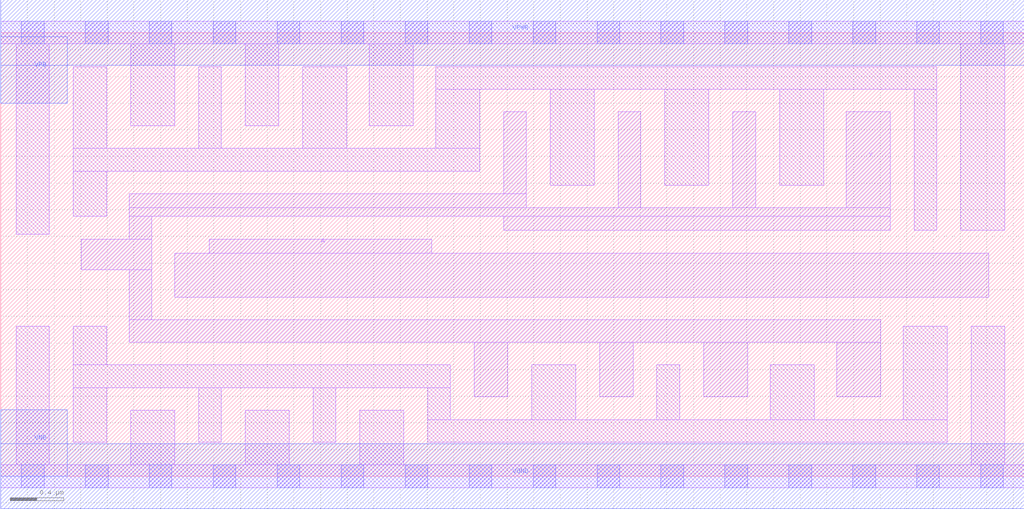
<source format=lef>
# Copyright 2020 The SkyWater PDK Authors
#
# Licensed under the Apache License, Version 2.0 (the "License");
# you may not use this file except in compliance with the License.
# You may obtain a copy of the License at
#
#     https://www.apache.org/licenses/LICENSE-2.0
#
# Unless required by applicable law or agreed to in writing, software
# distributed under the License is distributed on an "AS IS" BASIS,
# WITHOUT WARRANTIES OR CONDITIONS OF ANY KIND, either express or implied.
# See the License for the specific language governing permissions and
# limitations under the License.
#
# SPDX-License-Identifier: Apache-2.0

VERSION 5.5 ;
NAMESCASESENSITIVE ON ;
BUSBITCHARS "[]" ;
DIVIDERCHAR "/" ;
MACRO sky130_fd_sc_lp__invlp_8
  CLASS CORE ;
  SOURCE USER ;
  ORIGIN  0.000000  0.000000 ;
  SIZE  7.680000 BY  3.330000 ;
  SYMMETRY X Y R90 ;
  SITE unit ;
  PIN A
    ANTENNAGATEAREA  5.040000 ;
    DIRECTION INPUT ;
    USE SIGNAL ;
    PORT
      LAYER li1 ;
        RECT 1.305000 1.345000 7.415000 1.675000 ;
        RECT 1.565000 1.675000 3.235000 1.780000 ;
    END
  END A
  PIN Y
    ANTENNADIFFAREA  2.499000 ;
    DIRECTION OUTPUT ;
    USE SIGNAL ;
    PORT
      LAYER li1 ;
        RECT 0.605000 1.550000 1.135000 1.780000 ;
        RECT 0.965000 1.005000 6.605000 1.175000 ;
        RECT 0.965000 1.175000 1.135000 1.550000 ;
        RECT 0.965000 1.780000 1.135000 1.950000 ;
        RECT 0.965000 1.950000 6.675000 2.015000 ;
        RECT 0.965000 2.015000 3.945000 2.120000 ;
        RECT 3.555000 0.595000 3.805000 1.005000 ;
        RECT 3.775000 1.845000 6.675000 1.950000 ;
        RECT 3.775000 2.120000 3.945000 2.735000 ;
        RECT 4.495000 0.595000 4.745000 1.005000 ;
        RECT 4.635000 2.015000 4.805000 2.735000 ;
        RECT 5.275000 0.595000 5.605000 1.005000 ;
        RECT 5.495000 2.015000 5.665000 2.735000 ;
        RECT 6.275000 0.595000 6.605000 1.005000 ;
        RECT 6.345000 2.015000 6.675000 2.735000 ;
    END
  END Y
  PIN VGND
    DIRECTION INOUT ;
    USE GROUND ;
    PORT
      LAYER met1 ;
        RECT 0.000000 -0.245000 7.680000 0.245000 ;
    END
  END VGND
  PIN VNB
    DIRECTION INOUT ;
    USE GROUND ;
    PORT
      LAYER met1 ;
        RECT 0.000000 0.000000 0.500000 0.500000 ;
    END
  END VNB
  PIN VPB
    DIRECTION INOUT ;
    USE POWER ;
    PORT
      LAYER met1 ;
        RECT 0.000000 2.800000 0.500000 3.300000 ;
    END
  END VPB
  PIN VPWR
    DIRECTION INOUT ;
    USE POWER ;
    PORT
      LAYER met1 ;
        RECT 0.000000 3.085000 7.680000 3.575000 ;
    END
  END VPWR
  OBS
    LAYER li1 ;
      RECT 0.000000 -0.085000 7.680000 0.085000 ;
      RECT 0.000000  3.245000 7.680000 3.415000 ;
      RECT 0.115000  0.085000 0.365000 1.125000 ;
      RECT 0.115000  1.815000 0.365000 3.245000 ;
      RECT 0.545000  0.255000 0.795000 0.665000 ;
      RECT 0.545000  0.665000 3.375000 0.835000 ;
      RECT 0.545000  0.835000 0.795000 1.125000 ;
      RECT 0.545000  1.950000 0.795000 2.290000 ;
      RECT 0.545000  2.290000 3.595000 2.460000 ;
      RECT 0.545000  2.460000 0.795000 3.075000 ;
      RECT 0.975000  0.085000 1.305000 0.495000 ;
      RECT 0.975000  2.630000 1.305000 3.245000 ;
      RECT 1.485000  0.255000 1.655000 0.665000 ;
      RECT 1.485000  2.460000 1.655000 3.075000 ;
      RECT 1.835000  0.085000 2.165000 0.495000 ;
      RECT 1.835000  2.630000 2.085000 3.245000 ;
      RECT 2.265000  2.460000 2.595000 3.075000 ;
      RECT 2.345000  0.255000 2.515000 0.665000 ;
      RECT 2.695000  0.085000 3.025000 0.495000 ;
      RECT 2.765000  2.630000 3.095000 3.245000 ;
      RECT 3.205000  0.255000 7.105000 0.425000 ;
      RECT 3.205000  0.425000 3.375000 0.665000 ;
      RECT 3.265000  2.460000 3.595000 2.905000 ;
      RECT 3.265000  2.905000 7.025000 3.075000 ;
      RECT 3.985000  0.425000 4.315000 0.835000 ;
      RECT 4.125000  2.185000 4.455000 2.905000 ;
      RECT 4.925000  0.425000 5.095000 0.835000 ;
      RECT 4.985000  2.185000 5.315000 2.905000 ;
      RECT 5.775000  0.425000 6.105000 0.835000 ;
      RECT 5.845000  2.185000 6.175000 2.905000 ;
      RECT 6.775000  0.425000 7.105000 1.125000 ;
      RECT 6.855000  1.845000 7.025000 2.905000 ;
      RECT 7.205000  1.845000 7.535000 3.245000 ;
      RECT 7.285000  0.085000 7.535000 1.125000 ;
    LAYER mcon ;
      RECT 0.155000 -0.085000 0.325000 0.085000 ;
      RECT 0.155000  3.245000 0.325000 3.415000 ;
      RECT 0.635000 -0.085000 0.805000 0.085000 ;
      RECT 0.635000  3.245000 0.805000 3.415000 ;
      RECT 1.115000 -0.085000 1.285000 0.085000 ;
      RECT 1.115000  3.245000 1.285000 3.415000 ;
      RECT 1.595000 -0.085000 1.765000 0.085000 ;
      RECT 1.595000  3.245000 1.765000 3.415000 ;
      RECT 2.075000 -0.085000 2.245000 0.085000 ;
      RECT 2.075000  3.245000 2.245000 3.415000 ;
      RECT 2.555000 -0.085000 2.725000 0.085000 ;
      RECT 2.555000  3.245000 2.725000 3.415000 ;
      RECT 3.035000 -0.085000 3.205000 0.085000 ;
      RECT 3.035000  3.245000 3.205000 3.415000 ;
      RECT 3.515000 -0.085000 3.685000 0.085000 ;
      RECT 3.515000  3.245000 3.685000 3.415000 ;
      RECT 3.995000 -0.085000 4.165000 0.085000 ;
      RECT 3.995000  3.245000 4.165000 3.415000 ;
      RECT 4.475000 -0.085000 4.645000 0.085000 ;
      RECT 4.475000  3.245000 4.645000 3.415000 ;
      RECT 4.955000 -0.085000 5.125000 0.085000 ;
      RECT 4.955000  3.245000 5.125000 3.415000 ;
      RECT 5.435000 -0.085000 5.605000 0.085000 ;
      RECT 5.435000  3.245000 5.605000 3.415000 ;
      RECT 5.915000 -0.085000 6.085000 0.085000 ;
      RECT 5.915000  3.245000 6.085000 3.415000 ;
      RECT 6.395000 -0.085000 6.565000 0.085000 ;
      RECT 6.395000  3.245000 6.565000 3.415000 ;
      RECT 6.875000 -0.085000 7.045000 0.085000 ;
      RECT 6.875000  3.245000 7.045000 3.415000 ;
      RECT 7.355000 -0.085000 7.525000 0.085000 ;
      RECT 7.355000  3.245000 7.525000 3.415000 ;
  END
END sky130_fd_sc_lp__invlp_8
END LIBRARY

</source>
